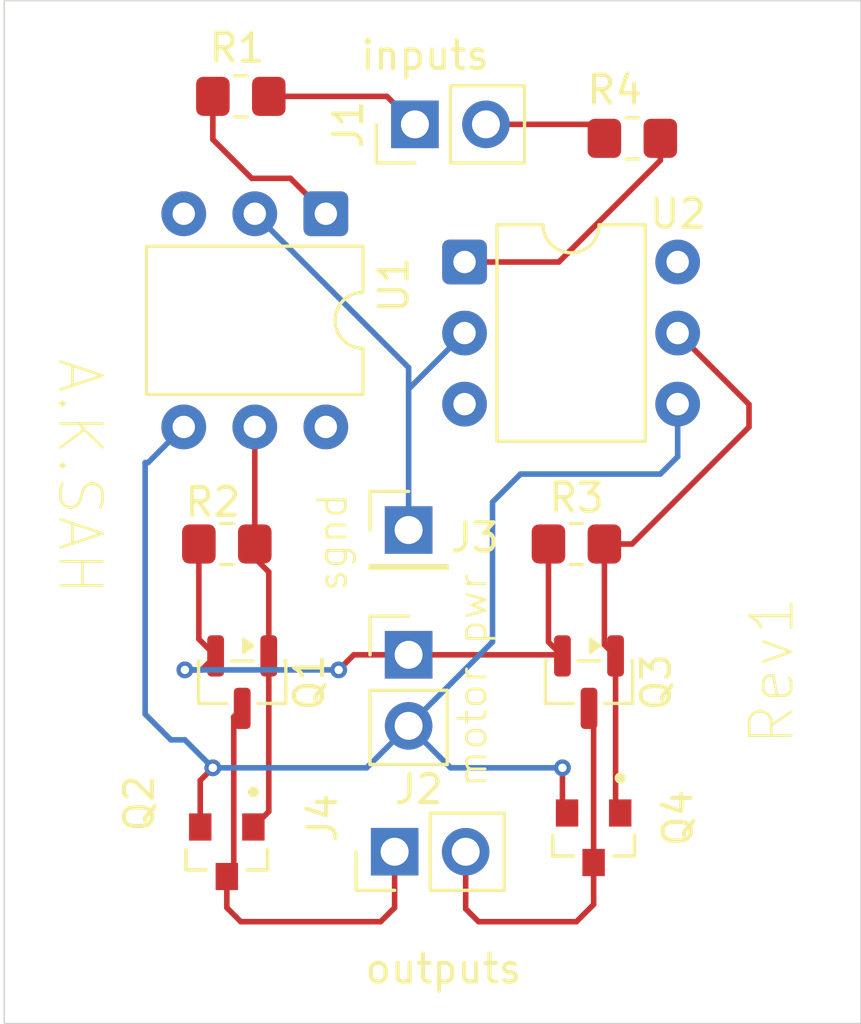
<source format=kicad_pcb>
(kicad_pcb (version 20241229) (generator "pcbnew") (generator_version "9.0")
  (layers (0 "F.Cu" signal) (2 "B.Cu" signal) (13 "F.Paste" user) (15 "B.Paste" user) (5 "F.SilkS" user "F.Silkscreen") (7 "B.SilkS" user "B.Silkscreen") (1 "F.Mask" user) (3 "B.Mask" user) (25 "Edge.Cuts" user))
  (net 0 "")
  (net 1 "IN1")
  (net 2 "Net-(R1-Pad2)")
  (net 3 "Vm")
  (net 4 "Net-(Q1-G)")
  (net 5 "Net-(Q3-G)")
  (net 6 "Net-(R4-Pad2)")
  (net 7 "IN2")
  (net 8 "O1")
  (net 9 "O2")
  (net 10 "GND")
  (net 12 "MGND")
  (footprint "Connector_PinHeader_2.54mm:PinHeader_1x02_P2.54mm_Vertical" (layer "F.Cu") (at 142.36 71.73 90)
    (property "Reference" "J1" (at 0 -2.38 90) (layer "F.SilkS"))
    (property "Value" "Conn_01x02_Pin" (hide yes))
    (fp_line (start -1.38 -1.38) (end 0 -1.38) (stroke (width 0.12)) (layer "F.SilkS"))
    (fp_line (start -1.38 0) (end -1.38 -1.38) (stroke (width 0.12)) (layer "F.SilkS"))
    (fp_line (start 1.38 1.27) (end 1.38 3.92) (stroke (width 0.12)) (layer "F.SilkS"))
    (fp_line (start -1.38 1.27) (end 1.38 1.27) (stroke (width 0.12)) (layer "F.SilkS"))
    (fp_line (start -1.38 1.27) (end -1.38 3.92) (stroke (width 0.12)) (layer "F.SilkS"))
    (fp_line (start -1.38 3.92) (end 1.38 3.92) (stroke (width 0.12)) (layer "F.SilkS"))
    (pad "1" thru_hole rect (at 0 0 90) (size 1.7 1.7) (drill 1) (layers "*.Cu" "*.Mask") (net 1 "IN1"))
    (pad "2" thru_hole circle (at 0 2.54 90) (size 1.7 1.7) (drill 1) (layers "*.Cu" "*.Mask") (net 7 "IN2"))
  )
  (footprint "MountingHole:MountingHole_2.7mm_M2.5" (layer "F.Cu") (at 155 71)
    (property "Reference" "REF2" (hide yes))
    (property "Value" "MountingHole_2.7mm_M2.5" (hide yes))
    (pad "" np_thru_hole circle (at 0 0) (size 2.7 2.7) (drill 2.7) (layers "*.Cu" "*.Mask"))
  )
  (footprint "Connector_PinHeader_2.54mm:PinHeader_1x01_P2.54mm_Vertical" (layer "F.Cu") (at 142.135 86.23)
    (property "Reference" "J3" (at 2.365 0.27 0) (layer "F.SilkS"))
    (property "Value" "Conn_01x01_Pin" (hide yes))
    (fp_line (start -1.38 -1.38) (end 0 -1.38) (stroke (width 0.12)) (layer "F.SilkS"))
    (fp_line (start -1.38 0) (end -1.38 -1.38) (stroke (width 0.12)) (layer "F.SilkS"))
    (fp_line (start -1.38 1.27) (end -1.38 1.38) (stroke (width 0.12)) (layer "F.SilkS"))
    (fp_line (start -1.38 1.27) (end 1.38 1.27) (stroke (width 0.12)) (layer "F.SilkS"))
    (fp_line (start -1.38 1.38) (end 1.38 1.38) (stroke (width 0.12)) (layer "F.SilkS"))
    (fp_line (start 1.38 1.27) (end 1.38 1.38) (stroke (width 0.12)) (layer "F.SilkS"))
    (pad "1" thru_hole rect (at 0 0) (size 1.7 1.7) (drill 1) (layers "*.Cu" "*.Mask") (net 10 "GND"))
  )
  (footprint "Resistor_SMD:R_0805_2012Metric_Pad1.20x1.40mm_HandSolder" (layer "F.Cu") (at 148.135 86.73)
    (property "Reference" "R3" (at 0 -1.65 0) (layer "F.SilkS"))
    (property "Value" "R" (hide yes))
    (fp_line (start -0.227064 -0.735) (end 0.227064 -0.735) (stroke (width 0.12)) (layer "F.SilkS"))
    (fp_line (start -0.227064 0.735) (end 0.227064 0.735) (stroke (width 0.12)) (layer "F.SilkS"))
    (pad "1" smd roundrect (at -1 0) (size 1.2 1.4) (layers "F.Cu" "F.Mask" "F.Paste") (roundrect_rratio 0.208333) (net 3 "Vm"))
    (pad "2" smd roundrect (at 1 0) (size 1.2 1.4) (layers "F.Cu" "F.Mask" "F.Paste") (roundrect_rratio 0.208333) (net 5 "Net-(Q3-G)"))
  )
  (footprint "Package_TO_SOT_SMD:SOT-23" (layer "F.Cu") (at 136.185 91.6675 -90)
    (property "Reference" "Q1" (at 0 -2.4 90) (layer "F.SilkS"))
    (property "Value" "AO3401A" (hide yes))
    (fp_line (start -0.76 1.56) (end -0.76 1.51) (stroke (width 0.12)) (layer "F.SilkS"))
    (fp_line (start 0.76 1.56) (end -0.76 1.56) (stroke (width 0.12)) (layer "F.SilkS"))
    (fp_line (start 0.76 0.56) (end 0.76 1.56) (stroke (width 0.12)) (layer "F.SilkS"))
    (fp_line (start -0.76 0.39) (end -0.76 -0.39) (stroke (width 0.12)) (layer "F.SilkS"))
    (fp_line (start -0.76 -1.51) (end -0.76 -1.56) (stroke (width 0.12)) (layer "F.SilkS"))
    (fp_line (start -0.76 -1.56) (end 0.76 -1.56) (stroke (width 0.12)) (layer "F.SilkS"))
    (fp_line (start 0.76 -1.56) (end 0.76 -0.56) (stroke (width 0.12)) (layer "F.SilkS"))
    (fp_poly (pts (xy -1.3 -0.38) (xy -1.06 -0.05) (xy -1.54 -0.05)) (stroke (width 0.12)) (fill yes) (layer "F.SilkS"))
    (pad "1" smd roundrect (at -0.9375 -0.95 270) (size 1.475 0.6) (layers "F.Cu" "F.Mask" "F.Paste") (net 4 "Net-(Q1-G)"))
    (pad "2" smd roundrect (at -0.9375 0.95 270) (size 1.475 0.6) (layers "F.Cu" "F.Mask" "F.Paste") (net 3 "Vm"))
    (pad "3" smd roundrect (at 0.9375 0 270) (size 1.475 0.6) (layers "F.Cu" "F.Mask" "F.Paste") (net 8 "O1"))
  )
  (footprint "Package_TO_SOT_SMD:SOT-23" (layer "F.Cu") (at 148.585 91.6675 -90)
    (property "Reference" "Q3" (at 0 -2.4 90) (layer "F.SilkS"))
    (property "Value" "AO3401A" (hide yes))
    (fp_line (start -0.76 1.56) (end -0.76 1.51) (stroke (width 0.12)) (layer "F.SilkS"))
    (fp_line (start 0.76 1.56) (end -0.76 1.56) (stroke (width 0.12)) (layer "F.SilkS"))
    (fp_line (start 0.76 0.56) (end 0.76 1.56) (stroke (width 0.12)) (layer "F.SilkS"))
    (fp_line (start -0.76 0.39) (end -0.76 -0.39) (stroke (width 0.12)) (layer "F.SilkS"))
    (fp_line (start -0.76 -1.51) (end -0.76 -1.56) (stroke (width 0.12)) (layer "F.SilkS"))
    (fp_line (start -0.76 -1.56) (end 0.76 -1.56) (stroke (width 0.12)) (layer "F.SilkS"))
    (fp_line (start 0.76 -1.56) (end 0.76 -0.56) (stroke (width 0.12)) (layer "F.SilkS"))
    (fp_poly (pts (xy -1.3 -0.38) (xy -1.06 -0.05) (xy -1.54 -0.05)) (stroke (width 0.12)) (fill yes) (layer "F.SilkS"))
    (pad "1" smd roundrect (at -0.9375 -0.95 270) (size 1.475 0.6) (layers "F.Cu" "F.Mask" "F.Paste") (net 5 "Net-(Q3-G)"))
    (pad "2" smd roundrect (at -0.9375 0.95 270) (size 1.475 0.6) (layers "F.Cu" "F.Mask" "F.Paste") (net 3 "Vm"))
    (pad "3" smd roundrect (at 0.9375 0 270) (size 1.475 0.6) (layers "F.Cu" "F.Mask" "F.Paste") (net 9 "O2"))
  )
  (footprint "IRLML6344TRPBF:TRANS_IRLML6344TRPBF" (layer "F.Cu") (at 135.635 97.73 -90)
    (property "Reference" "Q2" (at -1.73 3.135 90) (layer "F.SilkS"))
    (property "Value" "IRLML6344TRPBF" (hide yes))
    (fp_line (start -0.079 1.46) (end 0.65 1.46) (stroke (width 0.127)) (layer "F.SilkS"))
    (fp_line (start 0.65 1.46) (end 0.65 0.721) (stroke (width 0.127)) (layer "F.SilkS"))
    (fp_line (start 0.65 -0.721) (end 0.65 -1.46) (stroke (width 0.127)) (layer "F.SilkS"))
    (fp_line (start 0.65 -1.46) (end -0.079 -1.46) (stroke (width 0.127)) (layer "F.SilkS"))
    (fp_circle (center -2.135 -0.95) (end -2.035 -0.95) (stroke (width 0.2)) (fill no) (layer "F.SilkS"))
    (pad "1" smd rect (at -0.885 -0.95 270) (size 0.972 0.802) (layers "F.Cu" "F.Mask" "F.Paste") (net 4 "Net-(Q1-G)"))
    (pad "2" smd rect (at -0.885 0.95 270) (size 0.972 0.802) (layers "F.Cu" "F.Mask" "F.Paste") (net 12 "MGND"))
    (pad "3" smd rect (at 0.885 0 270) (size 0.972 0.802) (layers "F.Cu" "F.Mask" "F.Paste") (net 8 "O1"))
  )
  (footprint "Resistor_SMD:R_0805_2012Metric_Pad1.20x1.40mm_HandSolder" (layer "F.Cu") (at 135.635 86.73)
    (property "Reference" "R2" (at -0.5 -1.5 0) (layer "F.SilkS"))
    (property "Value" "R" (hide yes))
    (fp_line (start -0.227064 -0.735) (end 0.227064 -0.735) (stroke (width 0.12)) (layer "F.SilkS"))
    (fp_line (start -0.227064 0.735) (end 0.227064 0.735) (stroke (width 0.12)) (layer "F.SilkS"))
    (pad "1" smd roundrect (at -1 0) (size 1.2 1.4) (layers "F.Cu" "F.Mask" "F.Paste") (roundrect_rratio 0.208333) (net 3 "Vm"))
    (pad "2" smd roundrect (at 1 0) (size 1.2 1.4) (layers "F.Cu" "F.Mask" "F.Paste") (roundrect_rratio 0.208333) (net 4 "Net-(Q1-G)"))
  )
  (footprint "Package_DIP:DIP-6_W7.62mm" (layer "F.Cu") (at 139.175 74.925 -90)
    (property "Reference" "U1" (at 2.545 -2.43 90) (layer "F.SilkS"))
    (property "Value" "4N25" (hide yes))
    (fp_line (start 1.16 6.41) (end 6.46 6.41) (stroke (width 0.12)) (layer "F.SilkS"))
    (fp_line (start 6.46 6.41) (end 6.46 -1.33) (stroke (width 0.12)) (layer "F.SilkS"))
    (fp_line (start 1.16 -1.33) (end 1.16 6.41) (stroke (width 0.12)) (layer "F.SilkS"))
    (fp_line (start 2.81 -1.33) (end 1.16 -1.33) (stroke (width 0.12)) (layer "F.SilkS"))
    (fp_line (start 6.46 -1.33) (end 4.81 -1.33) (stroke (width 0.12)) (layer "F.SilkS"))
    (fp_arc (start 4.81 -1.33) (mid 3.81 -0.33) (end 2.81 -1.33) (stroke (width 0.12)) (layer "F.SilkS"))
    (pad "1" thru_hole roundrect (at 0 0 270) (size 1.6 1.6) (drill 0.8) (layers "*.Cu" "*.Mask") (roundrect_rratio 0.15625) (net 2 "Net-(R1-Pad2)"))
    (pad "2" thru_hole circle (at 0 2.54 270) (size 1.6 1.6) (drill 0.8) (layers "*.Cu" "*.Mask") (net 10 "GND"))
    (pad "3" thru_hole circle (at 0 5.08 270) (size 1.6 1.6) (drill 0.8) (layers "*.Cu" "*.Mask"))
    (pad "4" thru_hole circle (at 7.62 5.08 270) (size 1.6 1.6) (drill 0.8) (layers "*.Cu" "*.Mask") (net 12 "MGND"))
    (pad "5" thru_hole circle (at 7.62 2.54 270) (size 1.6 1.6) (drill 0.8) (layers "*.Cu" "*.Mask") (net 4 "Net-(Q1-G)"))
    (pad "6" thru_hole circle (at 7.62 0 270) (size 1.6 1.6) (drill 0.8) (layers "*.Cu" "*.Mask"))
  )
  (footprint "Resistor_SMD:R_0805_2012Metric_Pad1.20x1.40mm_HandSolder" (layer "F.Cu") (at 150.135 72.23)
    (property "Reference" "R4" (at -0.635 -1.73 0) (layer "F.SilkS"))
    (property "Value" "R" (hide yes))
    (fp_line (start -0.227064 -0.735) (end 0.227064 -0.735) (stroke (width 0.12)) (layer "F.SilkS"))
    (fp_line (start -0.227064 0.735) (end 0.227064 0.735) (stroke (width 0.12)) (layer "F.SilkS"))
    (pad "1" smd roundrect (at -1 0) (size 1.2 1.4) (layers "F.Cu" "F.Mask" "F.Paste") (roundrect_rratio 0.208333) (net 7 "IN2"))
    (pad "2" smd roundrect (at 1 0) (size 1.2 1.4) (layers "F.Cu" "F.Mask" "F.Paste") (roundrect_rratio 0.208333) (net 6 "Net-(R4-Pad2)"))
  )
  (footprint "MountingHole:MountingHole_2.7mm_M2.5" (layer "F.Cu") (at 130.5 100)
    (property "Reference" "REF3" (hide yes))
    (property "Value" "MountingHole_2.7mm_M2.5" (hide yes))
    (pad "" np_thru_hole circle (at 0 0) (size 2.7 2.7) (drill 2.7) (layers "*.Cu" "*.Mask"))
  )
  (footprint "IRLML6344TRPBF:TRANS_IRLML6344TRPBF" (layer "F.Cu") (at 148.75 97.23 -90)
    (property "Reference" "Q4" (at -0.71 -3.015 90) (layer "F.SilkS"))
    (property "Value" "IRLML6344TRPBF" (hide yes))
    (fp_line (start -0.079 1.46) (end 0.65 1.46) (stroke (width 0.127)) (layer "F.SilkS"))
    (fp_line (start 0.65 1.46) (end 0.65 0.721) (stroke (width 0.127)) (layer "F.SilkS"))
    (fp_line (start 0.65 -0.721) (end 0.65 -1.46) (stroke (width 0.127)) (layer "F.SilkS"))
    (fp_line (start 0.65 -1.46) (end -0.079 -1.46) (stroke (width 0.127)) (layer "F.SilkS"))
    (fp_circle (center -2.135 -0.95) (end -2.035 -0.95) (stroke (width 0.2)) (fill no) (layer "F.SilkS"))
    (pad "1" smd rect (at -0.885 -0.95 270) (size 0.972 0.802) (layers "F.Cu" "F.Mask" "F.Paste") (net 5 "Net-(Q3-G)"))
    (pad "2" smd rect (at -0.885 0.95 270) (size 0.972 0.802) (layers "F.Cu" "F.Mask" "F.Paste") (net 12 "MGND"))
    (pad "3" smd rect (at 0.885 0 270) (size 0.972 0.802) (layers "F.Cu" "F.Mask" "F.Paste") (net 9 "O2"))
  )
  (footprint "Package_DIP:DIP-6_W7.62mm" (layer "F.Cu") (at 144.135 76.65)
    (property "Reference" "U2" (at 7.63 -1.72 0) (layer "F.SilkS"))
    (property "Value" "4N25" (hide yes))
    (fp_line (start 1.16 -1.33) (end 1.16 6.41) (stroke (width 0.12)) (layer "F.SilkS"))
    (fp_line (start 1.16 6.41) (end 6.46 6.41) (stroke (width 0.12)) (layer "F.SilkS"))
    (fp_line (start 2.81 -1.33) (end 1.16 -1.33) (stroke (width 0.12)) (layer "F.SilkS"))
    (fp_line (start 6.46 -1.33) (end 4.81 -1.33) (stroke (width 0.12)) (layer "F.SilkS"))
    (fp_line (start 6.46 6.41) (end 6.46 -1.33) (stroke (width 0.12)) (layer "F.SilkS"))
    (fp_arc (start 4.81 -1.33) (mid 3.81 -0.33) (end 2.81 -1.33) (stroke (width 0.12)) (layer "F.SilkS"))
    (pad "1" thru_hole roundrect (at 0 0) (size 1.6 1.6) (drill 0.8) (layers "*.Cu" "*.Mask") (roundrect_rratio 0.15625) (net 6 "Net-(R4-Pad2)"))
    (pad "2" thru_hole circle (at 0 2.54) (size 1.6 1.6) (drill 0.8) (layers "*.Cu" "*.Mask") (net 10 "GND"))
    (pad "3" thru_hole circle (at 0 5.08) (size 1.6 1.6) (drill 0.8) (layers "*.Cu" "*.Mask"))
    (pad "4" thru_hole circle (at 7.62 5.08) (size 1.6 1.6) (drill 0.8) (layers "*.Cu" "*.Mask") (net 12 "MGND"))
    (pad "5" thru_hole circle (at 7.62 2.54) (size 1.6 1.6) (drill 0.8) (layers "*.Cu" "*.Mask") (net 5 "Net-(Q3-G)"))
    (pad "6" thru_hole circle (at 7.62 0) (size 1.6 1.6) (drill 0.8) (layers "*.Cu" "*.Mask"))
  )
  (footprint "Connector_PinHeader_2.54mm:PinHeader_1x02_P2.54mm_Vertical" (layer "F.Cu") (at 142.135 90.69)
    (property "Reference" "J2" (at 0.365 4.81 0) (layer "F.SilkS"))
    (property "Value" "Conn_01x02_Pin" (hide yes))
    (fp_line (start -1.38 -1.38) (end 0 -1.38) (stroke (width 0.12)) (layer "F.SilkS"))
    (fp_line (start -1.38 0) (end -1.38 -1.38) (stroke (width 0.12)) (layer "F.SilkS"))
    (fp_line (start -1.38 1.27) (end -1.38 3.92) (stroke (width 0.12)) (layer "F.SilkS"))
    (fp_line (start -1.38 1.27) (end 1.38 1.27) (stroke (width 0.12)) (layer "F.SilkS"))
    (fp_line (start -1.38 3.92) (end 1.38 3.92) (stroke (width 0.12)) (layer "F.SilkS"))
    (fp_line (start 1.38 1.27) (end 1.38 3.92) (stroke (width 0.12)) (layer "F.SilkS"))
    (pad "1" thru_hole rect (at 0 0) (size 1.7 1.7) (drill 1) (layers "*.Cu" "*.Mask") (net 3 "Vm"))
    (pad "2" thru_hole circle (at 0 2.54) (size 1.7 1.7) (drill 1) (layers "*.Cu" "*.Mask") (net 12 "MGND"))
  )
  (footprint "MountingHole:MountingHole_2.7mm_M2.5" (layer "F.Cu") (at 131 70.5)
    (property "Reference" "REF1" (hide yes))
    (property "Value" "MountingHole_2.7mm_M2.5" (hide yes))
    (pad "" np_thru_hole circle (at 0 0) (size 2.7 2.7) (drill 2.7) (layers "*.Cu" "*.Mask"))
  )
  (footprint "MountingHole:MountingHole_2.7mm_M2.5" (layer "F.Cu") (at 155 99.5)
    (property "Reference" "REF4" (hide yes))
    (property "Value" "MountingHole_2.7mm_M2.5" (hide yes))
    (pad "" np_thru_hole circle (at 0 0) (size 2.7 2.7) (drill 2.7) (layers "*.Cu" "*.Mask"))
  )
  (footprint "Resistor_SMD:R_0805_2012Metric_Pad1.20x1.40mm_HandSolder" (layer "F.Cu") (at 136.135 70.73 180)
    (property "Reference" "R1" (at 0.135 1.73 0) (layer "F.SilkS"))
    (property "Value" "R" (hide yes))
    (fp_line (start -0.227064 0.735) (end 0.227064 0.735) (stroke (width 0.12)) (layer "F.SilkS"))
    (fp_line (start -0.227064 -0.735) (end 0.227064 -0.735) (stroke (width 0.12)) (layer "F.SilkS"))
    (pad "1" smd roundrect (at -1 0 180) (size 1.2 1.4) (layers "F.Cu" "F.Mask" "F.Paste") (roundrect_rratio 0.208333) (net 1 "IN1"))
    (pad "2" smd roundrect (at 1 0 180) (size 1.2 1.4) (layers "F.Cu" "F.Mask" "F.Paste") (roundrect_rratio 0.208333) (net 2 "Net-(R1-Pad2)"))
  )
  (footprint "Connector_PinHeader_2.54mm:PinHeader_1x02_P2.54mm_Vertical" (layer "F.Cu") (at 141.635 97.73 90)
    (property "Reference" "J4" (at 1.21 -2.57 90) (layer "F.SilkS"))
    (property "Value" "Conn_01x02_Pin" (hide yes))
    (fp_line (start -1.38 -1.38) (end 0 -1.38) (stroke (width 0.12)) (layer "F.SilkS"))
    (fp_line (start -1.38 0) (end -1.38 -1.38) (stroke (width 0.12)) (layer "F.SilkS"))
    (fp_line (start 1.38 1.27) (end 1.38 3.92) (stroke (width 0.12)) (layer "F.SilkS"))
    (fp_line (start -1.38 1.27) (end 1.38 1.27) (stroke (width 0.12)) (layer "F.SilkS"))
    (fp_line (start -1.38 1.27) (end -1.38 3.92) (stroke (width 0.12)) (layer "F.SilkS"))
    (fp_line (start -1.38 3.92) (end 1.38 3.92) (stroke (width 0.12)) (layer "F.SilkS"))
    (pad "1" thru_hole rect (at 0 0 90) (size 1.7 1.7) (drill 1) (layers "*.Cu" "*.Mask") (net 8 "O1"))
    (pad "2" thru_hole circle (at 0 2.54 90) (size 1.7 1.7) (drill 1) (layers "*.Cu" "*.Mask") (net 9 "O2"))
  )
  (gr_rect (start 127.675 67.31) (end 158.305 103.87) (stroke (width 0.05)) (fill no) (layer "Edge.Cuts"))
  (gr_text "inputs" (at 140.335 69.85 0) (layer "F.SilkS") (effects (font (size 1 1)) (justify left bottom)))
  (gr_text "motor pwr" (at 145 95.5 90) (layer "F.SilkS") (effects (font (size 1 1) (thickness 0.1)) (justify left bottom)))
  (gr_text "A.K.SAH" (at 129.5 80 270) (layer "F.SilkS") (effects (font (size 1.5 1.5) (thickness 0.1)) (justify left bottom)))
  (gr_text "outputs" (at 140.5 102.5 0) (layer "F.SilkS") (effects (font (size 1 1)) (justify left bottom)))
  (gr_text "sgnd" (at 140 88.5 90) (layer "F.SilkS") (effects (font (size 1 1) (thickness 0.1)) (justify left bottom)))
  (gr_text "Rev1" (at 156 94 90) (layer "F.SilkS") (effects (font (size 1.5 1.5) (thickness 0.1)) (justify left bottom)))
  (segment (start 141.36 70.73) (end 142.36 71.73) (width 0.2) (layer "F.Cu") (net 1))
  (segment (start 137.135 70.73) (end 141.36 70.73) (width 0.2) (layer "F.Cu") (net 1))
  (segment (start 135.135 72.27) (end 135.135 70.73) (width 0.2) (layer "F.Cu") (net 2))
  (segment (start 137.91 73.66) (end 136.525 73.66) (width 0.2) (layer "F.Cu") (net 2))
  (segment (start 139.175 74.925) (end 137.91 73.66) (width 0.2) (layer "F.Cu") (net 2))
  (segment (start 136.525 73.66) (end 135.135 72.27) (width 0.2) (layer "F.Cu") (net 2))
  (segment (start 134.635 86.73) (end 134.635 90.13) (width 0.2) (layer "F.Cu") (net 3))
  (segment (start 147.595 90.69) (end 147.635 90.73) (width 0.2) (layer "F.Cu") (net 3))
  (segment (start 134.635 90.13) (end 135.235 90.73) (width 0.2) (layer "F.Cu") (net 3))
  (segment (start 147.135 86.73) (end 147.135 90.23) (width 0.2) (layer "F.Cu") (net 3))
  (segment (start 135.235 90.73) (end 134.735 91.23) (width 0.2) (layer "F.Cu") (net 3))
  (segment (start 147.135 90.23) (end 147.635 90.73) (width 0.2) (layer "F.Cu") (net 3))
  (segment (start 142.135 90.69) (end 147.595 90.69) (width 0.2) (layer "F.Cu") (net 3))
  (segment (start 134.735 91.23) (end 134.135 91.23) (width 0.2) (layer "F.Cu") (net 3))
  (segment (start 140.175 90.69) (end 139.635 91.23) (width 0.2) (layer "F.Cu") (net 3))
  (segment (start 142.135 90.69) (end 140.175 90.69) (width 0.2) (layer "F.Cu") (net 3))
  (via (at 134.135 91.23) (size 0.6) (drill 0.3) (layers "F.Cu" "B.Cu") (net 3))
  (via (at 139.635 91.23) (size 0.6) (drill 0.3) (layers "F.Cu" "B.Cu") (net 3))
  (segment (start 134.135 91.23) (end 139.635 91.23) (width 0.2) (layer "B.Cu") (net 3))
  (segment (start 136.635 87.23) (end 137.135 87.73) (width 0.2) (layer "F.Cu") (net 4))
  (segment (start 137.135 90.73) (end 137.135 96.295) (width 0.2) (layer "F.Cu") (net 4))
  (segment (start 137.135 96.295) (end 136.585 96.845) (width 0.2) (layer "F.Cu") (net 4))
  (segment (start 136.635 82.545) (end 136.635 86.73) (width 0.2) (layer "F.Cu") (net 4))
  (segment (start 137.135 87.73) (end 137.135 90.73) (width 0.2) (layer "F.Cu") (net 4))
  (segment (start 136.635 86.73) (end 136.635 87.23) (width 0.2) (layer "F.Cu") (net 4))
  (segment (start 149.135 86.73) (end 149.135 90.33) (width 0.2) (layer "F.Cu") (net 5))
  (segment (start 151.755 79.19) (end 154.305 81.74) (width 0.2) (layer "F.Cu") (net 5))
  (segment (start 154.305 82.55) (end 150.125 86.73) (width 0.2) (layer "F.Cu") (net 5))
  (segment (start 150.125 86.73) (end 149.135 86.73) (width 0.2) (layer "F.Cu") (net 5))
  (segment (start 154.305 81.74) (end 154.305 82.55) (width 0.2) (layer "F.Cu") (net 5))
  (segment (start 149.135 90.33) (end 149.535 90.73) (width 0.2) (layer "F.Cu") (net 5))
  (segment (start 149.535 90.73) (end 149.535 96.18) (width 0.2) (layer "F.Cu") (net 5))
  (segment (start 149.535 96.18) (end 149.7 96.345) (width 0.2) (layer "F.Cu") (net 5))
  (segment (start 144.135 76.65) (end 147.505 76.65) (width 0.2) (layer "F.Cu") (net 6))
  (segment (start 147.505 76.65) (end 151.135 73.02) (width 0.2) (layer "F.Cu") (net 6))
  (segment (start 151.135 73.02) (end 151.135 72.23) (width 0.2) (layer "F.Cu") (net 6))
  (segment (start 144.9 71.73) (end 148.635 71.73) (width 0.2) (layer "F.Cu") (net 7))
  (segment (start 148.635 71.73) (end 149.135 72.23) (width 0.2) (layer "F.Cu") (net 7))
  (segment (start 141.135 100.23) (end 141.635 99.73) (width 0.2) (layer "F.Cu") (net 8))
  (segment (start 136.185 92.605) (end 135.883 92.907) (width 0.2) (layer "F.Cu") (net 8))
  (segment (start 135.883 98.367) (end 135.635 98.615) (width 0.2) (layer "F.Cu") (net 8))
  (segment (start 135.635 99.73) (end 136.135 100.23) (width 0.2) (layer "F.Cu") (net 8))
  (segment (start 135.635 98.615) (end 135.635 99.73) (width 0.2) (layer "F.Cu") (net 8))
  (segment (start 136.135 100.23) (end 141.135 100.23) (width 0.2) (layer "F.Cu") (net 8))
  (segment (start 141.635 99.73) (end 141.635 97.73) (width 0.2) (layer "F.Cu") (net 8))
  (segment (start 135.883 92.907) (end 135.883 98.367) (width 0.2) (layer "F.Cu") (net 8))
  (segment (start 148.75 99.615) (end 148.75 98.115) (width 0.2) (layer "F.Cu") (net 9))
  (segment (start 144.635 100.23) (end 148.135 100.23) (width 0.2) (layer "F.Cu") (net 9))
  (segment (start 148.135 100.23) (end 148.75 99.615) (width 0.2) (layer "F.Cu") (net 9))
  (segment (start 144.175 97.73) (end 144.175 99.77) (width 0.2) (layer "F.Cu") (net 9))
  (segment (start 148.75 98.115) (end 148.75 92.77) (width 0.2) (layer "F.Cu") (net 9))
  (segment (start 144.175 99.77) (end 144.635 100.23) (width 0.2) (layer "F.Cu") (net 9))
  (segment (start 148.75 92.77) (end 148.585 92.605) (width 0.2) (layer "F.Cu") (net 9))
  (segment (start 142.135 81.23) (end 142.135 80.425) (width 0.2) (layer "B.Cu") (net 10))
  (segment (start 142.135 80.425) (end 136.635 74.925) (width 0.2) (layer "B.Cu") (net 10))
  (segment (start 142.135 81.23) (end 142.135 81.19) (width 0.2) (layer "B.Cu") (net 10))
  (segment (start 142.135 86.23) (end 142.135 81.23) (width 0.2) (layer "B.Cu") (net 10))
  (segment (start 142.135 81.19) (end 144.135 79.19) (width 0.2) (layer "B.Cu") (net 10))
  (segment (start 147.635 96.18) (end 147.8 96.345) (width 0.2) (layer "F.Cu") (net 12))
  (segment (start 134.685 95.18) (end 134.685 96.845) (width 0.2) (layer "F.Cu") (net 12))
  (segment (start 135.135 94.73) (end 134.685 95.18) (width 0.2) (layer "F.Cu") (net 12))
  (segment (start 147.635 94.73) (end 147.635 96.18) (width 0.2) (layer "F.Cu") (net 12))
  (via (at 147.635 94.73) (size 0.6) (drill 0.3) (layers "F.Cu" "B.Cu") (net 12))
  (via (at 135.135 94.73) (size 0.6) (drill 0.3) (layers "F.Cu" "B.Cu") (net 12))
  (segment (start 142.135 93.23) (end 143.635 94.73) (width 0.2) (layer "B.Cu") (net 12))
  (segment (start 133.635 93.73) (end 134.135 93.73) (width 0.2) (layer "B.Cu") (net 12))
  (segment (start 146.135 84.23) (end 151.135 84.23) (width 0.2) (layer "B.Cu") (net 12))
  (segment (start 151.135 84.23) (end 151.755 83.61) (width 0.2) (layer "B.Cu") (net 12))
  (segment (start 145.135 85.23) (end 146.135 84.23) (width 0.2) (layer "B.Cu") (net 12))
  (segment (start 142.135 93.23) (end 145.135 90.23) (width 0.2) (layer "B.Cu") (net 12))
  (segment (start 134.095 82.545) (end 132.82 83.82) (width 0.2) (layer "B.Cu") (net 12))
  (segment (start 132.82 83.82) (end 132.715 83.82) (width 0.2) (layer "B.Cu") (net 12))
  (segment (start 142.135 93.23) (end 140.635 94.73) (width 0.2) (layer "B.Cu") (net 12))
  (segment (start 143.635 94.73) (end 147.635 94.73) (width 0.2) (layer "B.Cu") (net 12))
  (segment (start 145.135 90.23) (end 145.135 85.23) (width 0.2) (layer "B.Cu") (net 12))
  (segment (start 132.715 83.82) (end 132.715 92.81) (width 0.2) (layer "B.Cu") (net 12))
  (segment (start 134.135 93.73) (end 135.135 94.73) (width 0.2) (layer "B.Cu") (net 12))
  (segment (start 140.635 94.73) (end 135.135 94.73) (width 0.2) (layer "B.Cu") (net 12))
  (segment (start 132.715 92.81) (end 133.635 93.73) (width 0.2) (layer "B.Cu") (net 12))
  (segment (start 151.755 83.61) (end 151.755 81.73) (width 0.2) (layer "B.Cu") (net 12))
)
</source>
